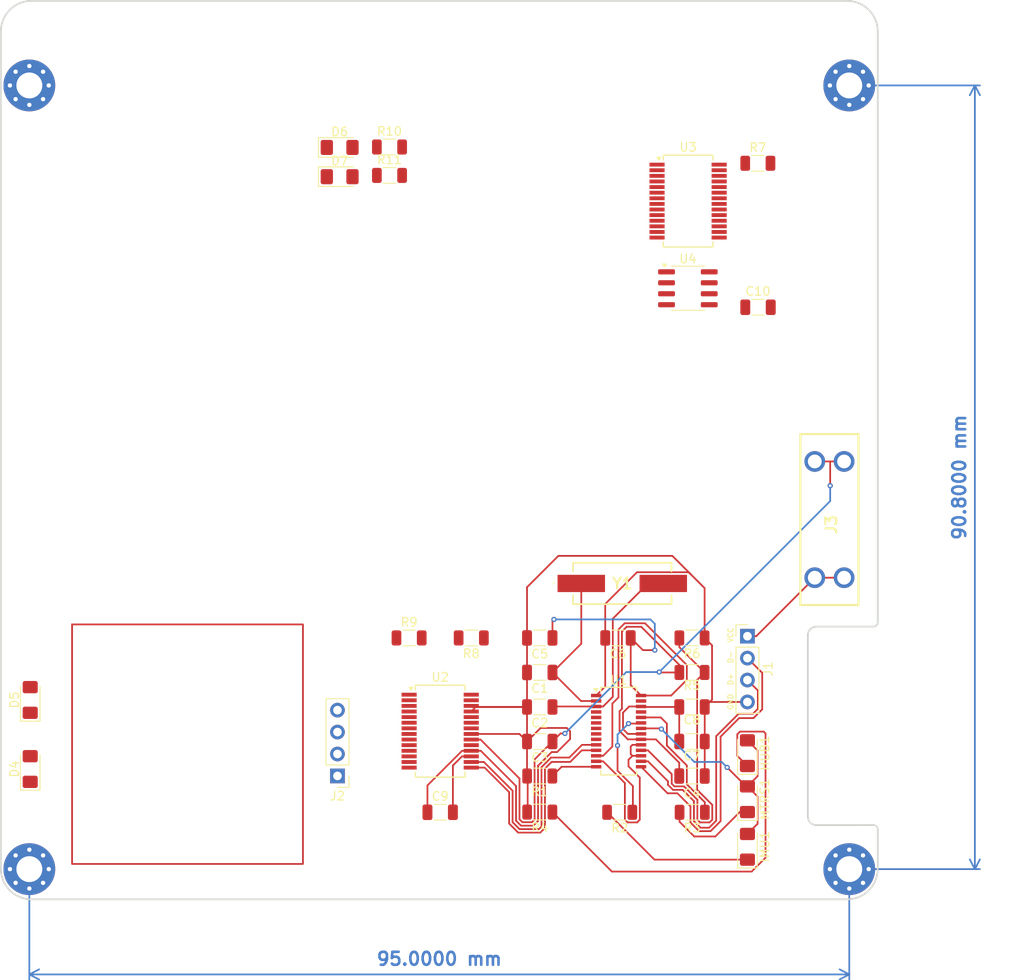
<source format=kicad_pcb>
(kicad_pcb (version 20240108) (generator "pcbnew") (generator_version "8.0")
  (layers (0 "F.Cu" signal) (31 "B.Cu" signal) (34 "B.Paste" user) (35 "F.Paste" user) (36 "B.SilkS" user "B.Silkscreen") (37 "F.SilkS" user "F.Silkscreen") (38 "B.Mask" user) (39 "F.Mask" user) (44 "Edge.Cuts" user))
  (net 0 "")
  (net 1 "Net-(U1-XOUT)")
  (net 2 "GNDREF")
  (net 3 "Net-(U1-XIN)")
  (net 4 "USB_PWR")
  (net 5 "Net-(U1-VD18)")
  (net 6 "3v3")
  (net 7 "Net-(HUB1-K)")
  (net 8 "Net-(HUB1-A)")
  (net 9 "Net-(IMU1-K)")
  (net 10 "Net-(MTRS1-K)")
  (net 11 "USB_D+")
  (net 12 "USB_D-")
  (net 13 "Net-(U1-REXT)")
  (net 14 "Net-(U1-LED1{slash}EESCL)")
  (net 15 "Net-(U1-LED2)")
  (net 16 "Net-(U1-VBUSM)")
  (net 18 "Net-(U3-3V3OUT)")
  (net 22 "Net-(D4-K)")
  (net 24 "Net-(U2-3V3OUT)")
  (net 25 "Net-(J2-Pin_3)")
  (net 27 "Net-(J2-Pin_4)")
  (net 28 "Net-(D4-A)")
  (net 29 "Net-(D5-K)")
  (net 36 "Net-(D5-A)")
  (net 42 "Net-(U3-CBUS3)")
  (net 44 "MOTORS_USB_D-")
  (net 45 "MOTORS_USB_D+")
  (net 46 "IMU_USB_D+")
  (net 47 "IMU_USB_D-")
  (net 53 "Net-(U3-RXD)")
  (net 55 "Net-(D6-K)")
  (net 57 "Net-(U3-TXD)")
  (net 60 "Net-(D6-A)")
  (net 61 "Net-(U3-CBUS2)")
  (net 65 "Net-(D7-K)")
  (net 66 "Net-(D7-A)")
  (net 67 "Net-(J1-Pin_1)")
  (footprint "Capacitor_SMD:C_1206_3216Metric" (layer "F.Cu") (at 187.725 54)
    (property "Reference" "C10")
    (property "Value" "0.1uF")
  )
  (footprint "Package_SO:SSOP-28_3.9x9.9mm_P0.635mm" (layer "F.Cu") (at 171.575 103.1125)
    (property "Reference" "U1")
    (property "Value" "FE1.1s")
  )
  (footprint "Resistor_SMD:R_1206_3216Metric" (layer "F.Cu") (at 162.44 112.49)
    (property "Reference" "R4")
    (property "Value" "330")
  )
  (footprint "Capacitor_SMD:C_1206_3216Metric" (layer "F.Cu") (at 162.4375 96.3125 180)
    (property "Reference" "C1")
    (property "Value" "22pF")
  )
  (footprint "Package_SO:SOIC-8_3.9x4.9mm_P1.27mm" (layer "F.Cu") (at 179.6 51.8)
    (property "Reference" "U4")
    (property "Value" "MAX485E")
  )
  (footprint "Resistor_SMD:R_1206_3216Metric" (layer "F.Cu") (at 162.4375 108.3125 180)
    (property "Reference" "R1")
    (property "Value" "2K7")
  )
  (footprint "Resistor_SMD:R_1206_3216Metric" (layer "F.Cu") (at 180.075 96.3125)
    (property "Reference" "R5")
    (property "Value" "47K")
  )
  (footprint "Resistor_SMD:R_1206_3216Metric" (layer "F.Cu") (at 171.7 112.5125 180)
    (property "Reference" "R2")
    (property "Value" "330")
  )
  (footprint "MountingHole:MountingHole_3mm_Pad_Via" (layer "F.Cu") (at 198.3 28.3)
    (property "Reference" "REF**" (hide yes))
    (property "Value" "MountingHole_3mm_Pad_Via" (hide yes))
  )
  (footprint "components:ECS120185PXGMTR" (layer "F.Cu") (at 172 86)
    (property "Reference" "Y1")
    (property "Value" "Crystal" (hide yes))
  )
  (footprint "Capacitor_SMD:C_1206_3216Metric" (layer "F.Cu") (at 162.4375 104.3125 180)
    (property "Reference" "C3")
    (property "Value" "10uF")
  )
  (footprint "MountingHole:MountingHole_3mm_Pad_Via" (layer "F.Cu") (at 198.3 119.1)
    (property "Reference" "REF**" (hide yes))
    (property "Value" "MountingHole_3mm_Pad_Via" (hide yes))
  )
  (footprint "LED_SMD:LED_1206_3216Metric_Pad1.42x1.75mm_HandSolder" (layer "F.Cu") (at 139.253 38.873)
    (property "Reference" "D7")
    (property "Value" "MTR_RX")
  )
  (footprint "Resistor_SMD:R_1206_3216Metric" (layer "F.Cu") (at 180.075 92.3125 180)
    (property "Reference" "R6")
    (property "Value" "100K")
  )
  (footprint "Connector_PinHeader_2.54mm:PinHeader_1x04_P2.54mm_Vertical" (layer "F.Cu") (at 139 108.3 180)
    (property "Reference" "J2")
    (property "Value" "IMU")
  )
  (footprint "MountingHole:MountingHole_3mm_Pad_Via" (layer "F.Cu") (at 103.3 119.1)
    (property "Reference" "REF**" (hide yes))
    (property "Value" "MountingHole_3mm_Pad_Via" (hide yes))
  )
  (footprint "Connector_PinHeader_2.54mm:PinHeader_1x04_P2.54mm_Vertical" (layer "F.Cu") (at 186.5 92.1125)
    (property "Reference" "J1")
    (property "Value" "USB_IN" (hide yes))
  )
  (footprint "LED_SMD:LED_1206_3216Metric_Pad1.42x1.75mm_HandSolder" (layer "F.Cu") (at 186.5 105.664 90)
    (property "Reference" "HUB1")
    (property "Value" "HUB_PWR")
  )
  (footprint "Capacitor_SMD:C_1206_3216Metric" (layer "F.Cu") (at 180.075 100.3125)
    (property "Reference" "C8")
    (property "Value" "10uF")
  )
  (footprint "Resistor_SMD:R_1206_3216Metric" (layer "F.Cu") (at 147.3 92.3125)
    (property "Reference" "R9")
    (property "Value" "270")
  )
  (footprint "Resistor_SMD:R_1206_3216Metric" (layer "F.Cu") (at 180.1 112.5125 180)
    (property "Reference" "R3")
    (property "Value" "330")
  )
  (footprint "MountingHole:MountingHole_3mm_Pad_Via" (layer "F.Cu") (at 103.3 28.3)
    (property "Reference" "REF**" (hide yes))
    (property "Value" "MountingHole_3mm_Pad_Via" (hide yes))
  )
  (footprint "Capacitor_SMD:C_1206_3216Metric" (layer "F.Cu") (at 162.4375 92.3125 180)
    (property "Reference" "C5")
    (property "Value" "10uF")
  )
  (footprint "humanoid:MINI_FUSE" (layer "F.Cu") (at 196 78.6 90)
    (property "Reference" "J3")
    (property "Value" "MINI_FUSE" (hide yes))
  )
  (footprint "LED_SMD:LED_1206_3216Metric_Pad1.42x1.75mm_HandSolder" (layer "F.Cu") (at 103.4 107.5 90)
    (property "Reference" "D4")
    (property "Value" "IMU_TX")
  )
  (footprint "Package_SO:SSOP-28_5.3x10.2mm_P0.65mm" (layer "F.Cu") (at 179.625 41.7)
    (property "Reference" "U3")
    (property "Value" "FT232RL")
  )
  (footprint "LED_SMD:LED_1206_3216Metric_Pad1.42x1.75mm_HandSolder" (layer "F.Cu") (at 186.5 110.998 90)
    (property "Reference" "MTRS1")
    (property "Value" "USB_2")
  )
  (footprint "Capacitor_SMD:C_1206_3216Metric" (layer "F.Cu") (at 162.4375 100.3125 180)
    (property "Reference" "C2")
    (property "Value" "22pF")
  )
  (footprint "LED_SMD:LED_1206_3216Metric_Pad1.42x1.75mm_HandSolder" (layer "F.Cu") (at 103.4 99.5 90)
    (property "Reference" "D5")
    (property "Value" "IMU_RX")
  )
  (footprint "Capacitor_SMD:C_1206_3216Metric" (layer "F.Cu") (at 150.9 112.5125)
    (property "Reference" "C9")
    (property "Value" "0.1uF")
  )
  (footprint "Package_SO:SSOP-28_5.3x10.2mm_P0.65mm" (layer "F.Cu") (at 150.9 103.1125)
    (property "Reference" "U2")
    (property "Value" "FT232RL")
  )
  (footprint "Resistor_SMD:R_1206_3216Metric" (layer "F.Cu") (at 154.5 92.3125 180)
    (property "Reference" "R8")
    (property "Value" "270")
  )
  (footprint "LED_SMD:LED_1206_3216Metric_Pad1.42x1.75mm_HandSolder" (layer "F.Cu") (at 139.253 35.483)
    (property "Reference" "D6")
    (property "Value" "MTR_TX")
  )
  (footprint "Capacitor_SMD:C_1206_3216Metric" (layer "F.Cu") (at 171.5 92.3125 180)
    (property "Reference" "C6")
    (property "Value" "0.1uF")
  )
  (footprint "Resistor_SMD:R_1206_3216Metric" (layer "F.Cu") (at 145.028 38.723)
    (property "Reference" "R11")
    (property "Value" "270")
  )
  (footprint "Capacitor_SMD:C_1206_3216Metric" (layer "F.Cu") (at 180.075 108.3125)
    (property "Reference" "C4")
    (property "Value" "0.1uF")
  )
  (footprint "Resistor_SMD:R_1206_3216Metric" (layer "F.Cu") (at 187.705 37.32)
    (property "Reference" "R7")
    (property "Value" "10K")
  )
  (footprint "Resistor_SMD:R_1206_3216Metric" (layer "F.Cu") (at 145.028 35.433)
    (property "Reference" "R10")
    (property "Value" "270")
  )
  (footprint "LED_SMD:LED_1206_3216Metric_Pad1.42x1.75mm_HandSolder" (layer "F.Cu") (at 186.5 116.5125 90)
    (property "Reference" "IMU1")
    (property "Value" "USB_1")
  )
  (footprint "Capacitor_SMD:C_1206_3216Metric" (layer "F.Cu") (at 180.075 104.3125)
    (property "Reference" "C7")
    (property "Value" "0.1uF")
  )
  (gr_rect (start 108.25 90.75) (end 135 118.5) (stroke (width 0.2)) (fill none) (layer "F.Cu"))
  (gr_arc (start 193.5 92) (mid 193.792893 91.292893) (end 194.5 91) (stroke (width 0.2)) (layer "Edge.Cuts"))
  (gr_arc (start 198.05 18.5) (mid 200.560229 19.539771) (end 201.6 22.05) (stroke (width 0.2)) (layer "Edge.Cuts"))
  (gr_arc (start 201.099704 113.995497) (mid 201.453448 114.141839) (end 201.6 114.495496) (stroke (width 0.2)) (layer "Edge.Cuts"))
  (gr_line (start 193.5 92) (end 193.5 112.999407) (stroke (width 0.2)) (layer "Edge.Cuts"))
  (gr_line (start 198.05 122.6) (end 103.55 122.6) (stroke (width 0.2)) (layer "Edge.Cuts"))
  (gr_arc (start 100 22.05) (mid 101.039771 19.539771) (end 103.55 18.5) (stroke (width 0.2)) (layer "Edge.Cuts"))
  (gr_line (start 201.099704 113.995497) (end 194.500593 113.999407) (stroke (width 0.2)) (layer "Edge.Cuts"))
  (gr_line (start 100 119.05) (end 100 22.05) (stroke (width 0.2)) (layer "Edge.Cuts"))
  (gr_arc (start 201.6 119.05) (mid 200.560229 121.560229) (end 198.05 122.6) (stroke (width 0.2)) (layer "Edge.Cuts"))
  (gr_line (start 194.5 91) (end 201.1 91) (stroke (width 0.2)) (layer "Edge.Cuts"))
  (gr_line (start 103.55 18.5) (end 198.05 18.5) (stroke (width 0.2)) (layer "Edge.Cuts"))
  (gr_arc (start 201.6 90.5) (mid 201.453553 90.853553) (end 201.1 91) (stroke (width 0.2)) (layer "Edge.Cuts"))
  (gr_arc (start 194.500593 113.999407) (mid 193.793103 113.706724) (end 193.5 112.999407) (stroke (width 0.2)) (layer "Edge.Cuts"))
  (gr_arc (start 103.55 122.6) (mid 101.039771 121.560229) (end 100 119.05) (stroke (width 0.2)) (layer "Edge.Cuts"))
  (gr_line (start 201.6 119) (end 201.6 114.495496) (stroke (width 0.2)) (layer "Edge.Cuts"))
  (gr_line (start 201.6 22) (end 201.6 90.5) (stroke (width 0.2)) (layer "Edge.Cuts"))
  (gr_text "GND" (at 184.9 100.7125 90) (layer "F.SilkS") (effects (font (size 0.6 0.6) (thickness 0.125) (bold yes)) (justify left bottom)))
  (gr_text "VCC" (at 184.9 92.9125 90) (layer "F.SilkS") (effects (font (size 0.6 0.6) (thickness 0.125) (bold yes)) (justify left bottom)))
  (gr_text "D+" (at 184.9 97.8625 90) (layer "F.SilkS") (effects (font (size 0.6 0.6) (thickness 0.125) (bold yes)) (justify left bottom)))
  (gr_text "D-" (at 184.9 95.3125 90) (layer "F.SilkS") (effects (font (size 0.6 0.6) (thickness 0.125) (bold yes)) (justify left bottom)))
  (dimension (type aligned) (layer "B.Cu") (pts (xy 103.3 119.1) (xy 198.3 119.1)) (height 12.199999) (gr_text "95.0000 mm" (at 150.8 129.499999 0) (layer "B.Cu") (effects (font (size 1.5 1.5) (thickness 0.3)))) (format (prefix "") (suffix "") (units 3) (units_format 1) (precision 4)) (style (thickness 0.2) (arrow_length 1.27) (text_position_mode 0) (extension_height 0.58642) (extension_offset 0.5) keep_text_aligned))
  (dimension (type aligned) (layer "B.Cu") (pts (xy 198.3 28.3) (xy 198.3 119.1)) (height -14.55) (gr_text "90.8000 mm" (at 211.05 73.7 90) (layer "B.Cu") (effects (font (size 1.5 1.5) (thickness 0.3)))) (format (prefix "") (suffix "") (units 3) (units_format 1) (precision 4)) (style (thickness 0.2) (arrow_length 1.27) (text_position_mode 0) (extension_height 0.58642) (extension_offset 0.5) keep_text_aligned))
  (segment (start 163.9125 96.3125) (end 167.22 99.62) (width 0.2) (layer "F.Cu") (net 1))
  (segment (start 167.25 92.975) (end 163.9125 96.3125) (width 0.2) (layer "F.Cu") (net 1))
  (segment (start 167.25 86) (end 167.25 92.975) (width 0.2) (layer "F.Cu") (net 1))
  (segment (start 167.22 99.62) (end 168.975 99.62) (width 0.2) (layer "F.Cu") (net 1))
  (segment (start 163.821884 105.537) (end 164.447744 105.537) (width 0.2) (layer "F.Cu") (net 2))
  (segment (start 160.9625 100.3125) (end 154.625 100.3125) (width 0.2) (layer "F.Cu") (net 2))
  (segment (start 160.26457 114.065) (end 161.69043 114.065) (width 0.2) (layer "F.Cu") (net 2))
  (segment (start 162.24 109.506115) (end 162.2375 109.503615) (width 0.2) (layer "F.Cu") (net 2))
  (segment (start 182.4 93.175) (end 182.4 99.4625) (width 0.2) (layer "F.Cu") (net 2))
  (segment (start 161.0375 112.5125) (end 161.0375 108.375) (width 0.2) (layer "F.Cu") (net 2))
  (segment (start 159.69 109.474) (end 159.69 113.49043) (width 0.2) (layer "F.Cu") (net 2))
  (segment (start 160.9625 86.4335) (end 164.592 82.804) (width 0.2) (layer "F.Cu") (net 2))
  (segment (start 160.9625 92.3125) (end 160.9625 96.3125) (width 0.2) (layer "F.Cu") (net 2))
  (segment (start 179.696 84.7) (end 179.959 84.963) (width 0.2) (layer "F.Cu") (net 2))
  (segment (start 181.5375 86.5415) (end 181.5375 92.3125) (width 0.2) (layer "F.Cu") (net 2))
  (segment (start 182.4 99.4625) (end 181.55 100.3125) (width 0.2) (layer "F.Cu") (net 2))
  (segment (start 181.55 100.3125) (end 182.13 99.7325) (width 0.2) (layer "F.Cu") (net 2))
  (segment (start 177.8 82.804) (end 179.959 84.963) (width 0.2) (layer "F.Cu") (net 2))
  (segment (start 155.6035 105.3875) (end 159.69 109.474) (width 0.2) (layer "F.Cu") (net 2))
  (segment (start 162.532 102.743) (end 160.9625 104.3125) (width 0.2) (layer "F.Cu") (net 2))
  (segment (start 162.24 113.51543) (end 162.24 109.506115) (width 0.2) (layer "F.Cu") (net 2))
  (segment (start 154.5 105.3875) (end 155.6035 105.3875) (width 0.2) (layer "F.Cu") (net 2))
  (segment (start 170.025 97.935) (end 168.975 98.985) (width 0.2) (layer "F.Cu") (net 2))
  (segment (start 161.69043 114.065) (end 162.24 113.51543) (width 0.2) (layer "F.Cu") (net 2))
  (segment (start 179.959 84.963) (end 181.5375 86.5415) (width 0.2) (layer "F.Cu") (net 2))
  (segment (start 160.9625 96.3125) (end 160.9625 100.3125) (width 0.2) (layer "F.Cu") (net 2))
  (segment (start 160.9625 100.3125) (end 155.025 100.3125) (width 0.2) (layer "F.Cu") (net 2))
  (segment (start 170.025 88.375) (end 173.7 84.7) (width 0.2) (layer "F.Cu") (net 2))
  (segment (start 153.4385 105.3875) (end 154.5 105.3875) (width 0.2) (layer "F.Cu") (net 2))
  (segment (start 160.9625 104.3125) (end 160.9625 108.3) (width 0.2) (layer "F.Cu") (net 2))
  (segment (start 164.447744 105.537) (end 165.954 104.030744) (width 0.2) (layer "F.Cu") (net 2))
  (segment (start 149.425 109.401) (end 153.4385 105.3875) (width 0.2) (layer "F.Cu") (net 2))
  (segment (start 160.0875 103.4375) (end 154.5 103.4375) (width 0.2) (layer "F.Cu") (net 2))
  (segment (start 160.9625 100.3125) (end 160.9625 104.3125) (width 0.2) (layer "F.Cu") (net 2))
  (segment (start 154.625 100.3125) (end 154.5 100.1875) (width 0.2) (layer "F.Cu") (net 2))
  (segment (start 149.425 112.5125) (end 149.425 109.401) (width 0.2) (layer "F.Cu") (net 2))
  (segment (start 181.55 100.3125) (end 181.55 104.3125) (width 0.2) (layer "F.Cu") (net 2))
  (segment (start 159.69 113.49043) (end 160.26457 114.065) (width 0.2) (layer "F.Cu") (net 2))
  (segment (start 170.025 92.3125) (end 170.025 97.935) (width 0.2) (layer "F.Cu") (net 2))
  (segment (start 164.592 82.804) (end 177.8 82.804) (width 0.2) (layer "F.Cu") (net 2))
  (segment (start 182.13 99.7325) (end 186.5 99.7325) (width 0.2) (layer "F.Cu") (net 2))
  (segment (start 162.2375 107.121384) (end 163.821884 105.537) (width 0.2) (layer "F.Cu") (net 2))
  (segment (start 165.567529 102.743) (end 162.532 102.743) (width 0.2) (layer "F.Cu") (net 2))
  (segment (start 162.2375 109.503615) (end 162.2375 107.121384) (width 0.2) (layer "F.Cu") (net 2))
  (segment (start 165.954 104.030744) (end 165.954 103.129471) (width 0.2) (layer "F.Cu") (net 2))
  (segment (start 181.5375 92.3125) (end 182.4 93.175) (width 0.2) (layer "F.Cu") (net 2))
  (segment (start 165.954 103.129471) (end 165.567529 102.743) (width 0.2) (layer "F.Cu") (net 2))
  (segment (start 181.55 104.3125) (end 181.55 108.3125) (width 0.2) (layer "F.Cu") (net 2))
  (segment (start 160.9625 104.3125) (end 160.0875 103.4375) (width 0.2) (layer "F.Cu") (net 2))
  (segment (start 155.025 100.3125) (end 154.5 100.8375) (width 0.2) (layer "F.Cu") (net 2))
  (segment (start 161.0375 108.375) (end 160.975 108.3125) (width 0.2) (layer "F.Cu") (net 2))
  (segment (start 160.9625 92.3125) (end 160.9625 86.4335) (width 0.2) (layer "F.Cu") (net 2))
  (segment (start 160.9625 108.3) (end 160.975 108.3125) (width 0.2) (layer "F.Cu") (net 2))
  (segment (start 173.7 84.7) (end 179.696 84.7) (width 0.2) (layer "F.Cu") (net 2))
  (segment (start 170.025 92.3125) (end 170.025 88.375) (width 0.2) (layer "F.Cu") (net 2))
  (segment (start 170.9 90.085) (end 170.9 99.13) (width 0.2) (layer "F.Cu") (net 3))
  (segment (start 168.975 100.255) (end 163.97 100.255) (width 0.2) (layer "F.Cu") (net 3))
  (segment (start 174.985 86) (end 170.9 90.085) (width 0.2) (layer "F.Cu") (net 3))
  (segment (start 163.97 100.255) (end 163.9125 100.3125) (width 0.2) (layer "F.Cu") (net 3))
  (segment (start 170.9 99.13) (end 169.775 100.255) (width 0.2) (layer "F.Cu") (net 3))
  (segment (start 176.75 86) (end 174.985 86) (width 0.2) (layer "F.Cu") (net 3))
  (segment (start 169.775 100.255) (end 168.975 100.255) (width 0.2) (layer "F.Cu") (net 3))
  (segment (start 178.6125 95.4375) (end 174.192843 91.017843) (width 0.2) (layer "F.Cu") (net 4))
  (segment (start 174.192843 91.017843) (end 172.509913 91.017843) (width 0.2) (layer "F.Cu") (net 4))
  (segment (start 176.3225 96.3125) (end 178.6125 96.3125) (width 0.2) (layer "F.Cu") (net 4))
  (segment (start 163.9125 104.3125) (end 164.847 103.378) (width 0.2) (layer "F.Cu") (net 4))
  (segment (start 171.958 100.526314) (end 171.685 100.799314) (width 0.2) (layer "F.Cu") (net 4))
  (segment (start 196.088 71.865) (end 197.7 71.865) (width 0.2) (layer "F.Cu") (net 4))
  (segment (start 178.6 106.775686) (end 175.889314 104.065) (width 0.2) (layer "F.Cu") (net 4))
  (segment (start 172.645 104.065) (end 174.175 104.065) (width 0.2) (layer "F.Cu") (net 4))
  (segment (start 161.524744 113.665) (end 161.84 113.349744) (width 0.2) (layer "F.Cu") (net 4))
  (segment (start 160.09 113.324744) (end 160.430256 113.665) (width 0.2) (layer "F.Cu") (net 4))
  (segment (start 178.6 108.3125) (end 178.6 106.775686) (width 0.2) (layer "F.Cu") (net 4))
  (segment (start 161.8375 106.3875) (end 163.9125 104.3125) (width 0.2) (layer "F.Cu") (net 4))
  (segment (start 196.088 71.865) (end 196.088 74.676) (width 0.2) (layer "F.Cu") (net 4))
  (segment (start 161.8375 111.627756) (end 161.8375 106.3875) (width 0.2) (layer "F.Cu") (net 4))
  (segment (start 161.84 113.349744) (end 161.84 111.630256) (width 0.2) (layer "F.Cu") (net 4))
  (segment (start 176.276 96.266) (end 176.3225 96.3125) (width 0.2) (layer "F.Cu") (net 4))
  (segment (start 171.685 103.105) (end 172.645 104.065) (width 0.2) (layer "F.Cu") (net 4))
  (segment (start 155.575 104.0875) (end 160.09 108.6025) (width 0.2) (layer "F.Cu") (net 4))
  (segment (start 171.685 100.799314) (end 171.685 103.105) (width 0.2) (layer "F.Cu") (net 4))
  (segment (start 160.09 108.6025) (end 160.09 113.324744) (width 0.2) (layer "F.Cu") (net 4))
  (segment (start 164.847 103.378) (end 165.354 103.378) (width 0.2) (layer "F.Cu") (net 4))
  (segment (start 172.509913 91.017843) (end 171.958 91.569756) (width 0.2) (layer "F.Cu") (net 4))
  (segment (start 178.6125 96.3125) (end 178.6125 95.4375) (width 0.2) (layer "F.Cu") (net 4))
  (segment (start 154.5 104.0875) (end 155.575 104.0875) (width 0.2) (layer "F.Cu") (net 4))
  (segment (start 194.3 71.865) (end 196.088 71.865) (width 0.2) (layer "F.Cu") (net 4))
  (segment (start 160.430256 113.665) (end 161.524744 113.665) (width 0.2) (layer "F.Cu") (net 4))
  (segment (start 171.958 91.569756) (end 171.958 100.526314) (width 0.2) (layer "F.Cu") (net 4))
  (segment (start 175.889314 104.065) (end 174.175 104.065) (width 0.2) (layer "F.Cu") (net 4))
  (segment (start 161.84 111.630256) (end 161.8375 111.627756) (width 0.2) (layer "F.Cu") (net 4))
  (via (at 196.088 74.676) (size 0.6) (drill 0.3) (layers "F.Cu" "B.Cu") (net 4))
  (via (at 176.276 96.266) (size 0.6) (drill 0.3) (layers "F.Cu" "B.Cu") (net 4))
  (via (at 165.354 103.378) (size 0.6) (drill 0.3) (layers "F.Cu" "B.Cu") (net 4))
  (segment (start 165.354 103.378) (end 172.466 96.266) (width 0.2) (layer "B.Cu") (net 4))
  (segment (start 196.088 76.454) (end 176.276 96.266) (width 0.2) (layer "B.Cu") (net 4))
  (segment (start 172.466 96.266) (end 176.276 96.266) (width 0.2) (layer "B.Cu") (net 4))
  (segment (start 196.088 74.676) (end 196.088 76.454) (width 0.2) (layer "B.Cu") (net 4))
  (segment (start 175.768 93.726) (end 174.3885 93.726) (width 0.2) (layer "F.Cu") (net 5))
  (segment (start 170.85 104.895) (end 170.85 99.914) (width 0.2) (layer "F.Cu") (net 5))
  (segment (start 179.475 95.452756) (end 179.475 97.172244) (width 0.2) (layer "F.Cu") (net 5))
  (segment (start 172.272157 90.617843) (end 174.640087 90.617843) (width 0.2) (layer "F.Cu") (net 5))
  (segment (start 171.558 99.206) (end 171.558 91.332) (width 0.2) (layer "F.Cu") (net 5))
  (segment (start 172.975 97.785) (end 174.175 98.985) (width 0.2) (layer "F.Cu") (net 5))
  (segment (start 170.85 99.914) (end 171.558 99.206) (width 0.2) (layer "F.Cu") (net 5))
  (segment (start 168.975 105.97) (end 169.775 105.97) (width 0.2) (layer "F.Cu") (net 5))
  (segment (start 163.9125 92.3125) (end 163.9125 90.3415) (width 0.2) (layer "F.Cu") (net 5))
  (segment (start 169.775 105.97) (end 170.85 104.895) (width 0.2) (layer "F.Cu") (net 5))
  (segment (start 177.662244 98.985) (end 174.175 98.985) (width 0.2) (layer "F.Cu") (net 5))
  (segment (start 174.3885 93.726) (end 172.975 92.3125) (width 0.2) (layer "F.Cu") (net 5))
  (segment (start 163.9125 90.3415) (end 164.084 90.17) (width 0.2) (layer "F.Cu") (net 5))
  (segment (start 171.558 91.332) (end 172.272157 90.617843) (width 0.2) (layer "F.Cu") (net 5))
  (segment (start 172.975 92.3125) (end 172.975 97.785) (width 0.2) (layer "F.Cu") (net 5))
  (segment (start 174.640087 90.617843) (end 179.475 95.452756) (width 0.2) (layer "F.Cu") (net 5))
  (segment (start 179.475 97.172244) (end 177.662244 98.985) (width 0.2) (layer "F.Cu") (net 5))
  (via (at 175.768 93.726) (size 0.6) (drill 0.3) (layers "F.Cu" "B.Cu") (net 5))
  (via (at 164.084 90.17) (size 0.6) (drill 0.3) (layers "F.Cu" "B.Cu") (net 5))
  (segment (start 164.084 90.17) (end 175.26 90.17) (width 0.2) (layer "B.Cu") (net 5))
  (segment (start 175.26 90.17) (end 175.768 90.678) (width 0.2) (layer "B.Cu") (net 5))
  (segment (start 175.768 90.678) (end 175.768 93.726) (width 0.2) (layer "B.Cu") (net 5))
  (segment (start 172.72 106.426) (end 173.176 105.97) (width 0.2) (layer "F.Cu") (net 6))
  (segment (start 173.176 105.97) (end 172.974 105.768) (width 0.2) (layer "F.Cu") (net 6))
  (segment (start 178.6 100.3125) (end 174.2325 100.3125) (width 0.2) (layer "F.Cu") (net 6))
  (segment (start 173.176 104.7) (end 174.175 104.7) (width 0.2) (layer "F.Cu") (net 6))
  (segment (start 174.175 100.255) (end 172.795 100.255) (width 0.2) (layer "F.Cu") (net 6))
  (segment (start 178.6 104.3125) (end 178.6 100.3125) (width 0.2) (layer "F.Cu") (net 6))
  (segment (start 174.025 108.49) (end 172.72 107.185) (width 0.2) (layer "F.Cu") (net 6))
  (segment (start 172.3 113.372244) (end 172.615256 113.6875) (width 0.2) (layer "F.Cu") (net 6))
  (segment (start 172.085 102.87) (end 172.645 103.43) (width 0.2) (layer "F.Cu") (net 6))
  (segment (start 172.974 105.768) (end 172.974 104.902) (width 0.2) (layer "F.Cu") (net 6))
  (segment (start 174.2325 100.3125) (end 174.175 100.255) (width 0.2) (layer "F.Cu") (net 6))
  (segment (start 168.975 106.605) (end 169.775 106.605) (width 0.2) (layer "F.Cu") (net 6))
  (segment (start 172.72 107.185) (end 172.72 106.426) (width 0.2) (layer "F.Cu") (net 6))
  (segment (start 172.795 100.255) (end 172.085 100.965) (width 0.2) (layer "F.Cu") (net 6))
  (segment (start 169.775 106.605) (end 172.3 109.13) (width 0.2) (layer "F.Cu") (net 6))
  (segment (start 172.615256 113.6875) (end 173.709744 113.6875) (width 0.2) (layer "F.Cu") (net 6))
  (segment (start 173.709744 113.6875) (end 174.025 113.372244) (width 0.2) (layer "F.Cu") (net 6))
  (segment (start 172.3 109.13) (end 172.3 113.372244) (width 0.2) (layer "F.Cu") (net 6))
  (segment (start 172.974 104.902) (end 173.176 104.7) (width 0.2) (layer "F.Cu") (net 6))
  (segment (start 172.085 100.965) (end 172.085 102.87) (width 0.2) (layer "F.Cu") (net 6))
  (segment (start 172.645 103.43) (end 174.175 103.43) (width 0.2) (layer "F.Cu") (net 6))
  (segment (start 174.025 113.372244) (end 174.025 108.49) (width 0.2) (layer "F.Cu") (net 6))
  (segment (start 173.176 105.97) (end 174.175 105.97) (width 0.2) (layer "F.Cu") (net 6))
  (segment (start 185.325 103.479256) (end 185.640256 103.164) (width 0.2) (layer "F.Cu") (net 7))
  (segment (start 188.595 103.378) (end 188.595 117.777244) (width 0.2) (layer "F.Cu") (net 7))
  (segment (start 188.381 103.164) (end 188.595 103.378) (width 0.2) (layer "F.Cu") (net 7))
  (segment (start 188.595 117.777244) (end 186.992244 119.38) (width 0.2) (layer "F.Cu") (net 7))
  (segment (start 170.7925 119.38) (end 163.9025 112.49) (width 0.2) (layer "F.Cu") (net 7))
  (segment (start 185.640256 103.164) (end 188.381 103.164) (width 0.2) (layer "F.Cu") (net 7))
  (segment (start 185.325 105.9765) (end 185.325 103.479256) (width 0.2) (layer "F.Cu") (net 7))
  (segment (start 186.5 107.1515) (end 185.325 105.9765) (width 0.2) (layer "F.Cu") (net 7))
  (segment (start 186.992244 119.38) (end 170.7925 119.38) (width 0.2) (layer "F.Cu") (net 7))
  (segment (start 176.53 102.87) (end 176.455 102.795) (width 0.2) (layer "F.Cu") (net 8))
  (segment (start 186.5 104.1765) (end 187.675 105.3515) (width 0.2) (layer "F.Cu") (net 8))
  (segment (start 187.675 108.3355) (end 186.5 109.5105) (width 0.2) (layer "F.Cu") (net 8))
  (segment (start 186.5 109.5105) (end 186.3455 109.5105) (width 0.2) (layer "F.Cu") (net 8))
  (segment (start 187.675 105.3515) (end 187.675 108.3355) (width 0.2) (layer "F.Cu") (net 8))
  (segment (start 176.455 102.795) (end 174.175 102.795) (width 0.2) (layer "F.Cu") (net 8))
  (segment (start 187.675 110.6855) (end 187.675 113.85) (width 0.2) (layer "F.Cu") (net 8))
  (segment (start 186.5 109.5105) (end 187.675 110.6855) (width 0.2) (layer "F.Cu") (net 8))
  (segment (start 186.3455 109.5105) (end 184.15 107.315) (width 0.2) (layer "F.Cu") (net 8))
  (segment (start 187.675 113.85) (end 186.5 115.025) (width 0.2) (layer "F.Cu") (net 8))
  (via (at 184.15 107.315) (size 0.6) (drill 0.3) (layers "F.Cu" "B.Cu") (net 8))
  (via (at 176.53 102.87) (size 0.6) (drill 0.3) (layers "F.Cu" "B.Cu") (net 8))
  (segment (start 180.34 106.68) (end 176.53 102.87) (width 0.2) (layer "B.Cu") (net 8))
  (segment (start 183.515 106.68) (end 180.34 106.68) (width 0.2) (layer "B.Cu") (net 8))
  (segment (start 184.15 107.315) (end 183.515 106.68) (width 0.2) (layer "B.Cu") (net 8))
  (segment (start 175.725 118) (end 170.2375 112.5125) (width 0.2) (layer "F.Cu") (net 9))
  (segment (start 186.5 118) (end 175.725 118) (width 0.2) (layer "F.Cu") (net 9))
  (segment (start 180.34 115.316) (end 182.784 115.316) (width 0.2) (layer "F.Cu") (net 10))
  (segment (start 185.6145 112.4855) (end 186.5 112.4855) (width 0.2) (layer "F.Cu") (net 10))
  (segment (start 182.784 115.316) (end 185.6145 112.4855) (width 0.2) (layer "F.Cu") (net 10))
  (segment (start 178.6375 112.5125) (end 178.6375 113.6135) (width 0.2) (layer "F.Cu") (net 10))
  (segment (start 178.6375 113.6135) (end 180.34 115.316) (width 0.2) (layer "F.Cu") (net 10))
  (segment (start 180.3 113.53793) (end 181.06207 114.3) (width 0.2) (layer "F.Cu") (net 11))
  (segment (start 182.88 103.69457) (end 185.48257 101.092) (width 0.2) (layer "F.Cu") (net 11))
  (segment (start 182.88 113.48293) (end 182.88 103.69457) (width 0.2) (layer "F.Cu") (net 11))
  (segment (start 174.175 106.605) (end 174.975 106.605) (width 0.2) (layer "F.Cu") (net 11))
  (segment (start 178.987686 109.9125) (end 180.3 111.224814) (width 0.2) (layer "F.Cu") (net 11))
  (segment (start 187.140314 101.092) (end 187.706 100.526314) (width 0.2) (layer "F.Cu") (net 11))
  (segment (start 180.3 111.224814) (end 180.3 113.53793) (width 0.2) (layer "F.Cu") (net 11))
  (segment (start 181.06207 114.3) (end 182.06293 114.3) (width 0.2) (layer "F.Cu") (net 11))
  (segment (start 177.87457 109.9125) (end 178.987686 109.9125) (width 0.2) (layer "F.Cu") (net 11))
  (segment (start 177.292 108.922) (end 177.292 109.32993) (width 0.2) (layer "F.Cu") (net 11))
  (segment (start 187.706 98.3985) (end 186.5 97.1925) (width 0.2) (layer "F.Cu") (net 11))
  (segment (start 174.975 106.605) (end 177.292 108.922) (width 0.2) (layer "F.Cu") (net 11))
  (segment (start 182.06293 114.3) (end 182.88 113.48293) (width 0.2) (layer "F.Cu") (net 11))
  (segment (start 187.706 100.526314) (end 187.706 98.3985) (width 0.2) (layer "F.Cu") (net 11))
  (segment (start 177.292 109.32993) (end 177.87457 109.9125) (width 0.2) (layer "F.Cu") (net 11))
  (segment (start 185.48257 101.092) (end 187.140314 101.092) (width 0.2) (layer "F.Cu") (net 11))
  (segment (start 174.175 107.24) (end 177.2475 110.3125) (width 0.2) (layer "F.Cu") (net 12))
  (segment (start 187.198 101.6) (end 188.214 100.584) (width 0.2) (layer "F.Cu") (net 12))
  (segment (start 177.2475 110.3125) (end 178.3845 110.3125) (width 0.2) (layer "F.Cu") (net 12))
  (segment (start 180.896384 114.7) (end 182.228616 114.7) (width 0.2) (layer "F.Cu") (net 12))
  (segment (start 179.9 113.703616) (end 180.896384 114.7) (width 0.2) (layer "F.Cu") (net 12))
  (segment (start 188.214 100.584) (end 188.214 96.3665) (width 0.2) (layer "F.Cu") (net 12))
  (segment (start 178.3845 110.3125) (end 179.9 111.828) (width 0.2) (layer "F.Cu") (net 12))
  (segment (start 183.388 113.540616) (end 183.388 103.752256) (width 0.2) (layer "F.Cu") (net 12))
  (segment (start 188.214 96.3665) (end 186.5 94.6525) (width 0.2) (layer "F.Cu") (net 12))
  (segment (start 183.388 103.752256) (end 185.540256 101.6) (width 0.2) (layer "F.Cu") (net 12))
  (segment (start 179.9 111.828) (end 179.9 113.703616) (width 0.2) (layer "F.Cu") (net 12))
  (segment (start 185.540256 101.6) (end 187.198 101.6) (width 0.2) (layer "F.Cu") (net 12))
  (segment (start 182.228616 114.7) (end 183.388 113.540616) (width 0.2) (layer "F.Cu") (net 12))
  (segment (start 164.9725 107.24) (end 163.9 108.3125) (width 0.2) (layer "F.Cu") (net 13))
  (segment (start 168.975 107.24) (end 164.9725 107.24) (width 0.2) (layer "F.Cu") (net 13))
  (segment (start 173.1625 112.5125) (end 173.228 112.447) (width 0.2) (layer "F.Cu") (net 14))
  (segment (start 173.228 112.447) (end 173.228 109.474) (width 0.2) (layer "F.Cu") (net 14))
  (segment (start 171.45 107.696) (end 171.45 104.775) (width 0.2) (layer "F.Cu") (net 14))
  (segment (start 174.1 102.235) (end 174.175 102.16) (width 0.2) (layer "F.Cu") (net 14))
  (segment (start 172.72 102.235) (end 174.1 102.235) (width 0.2) (layer "F.Cu") (net 14))
  (segment (start 173.228 109.474) (end 171.45 107.696) (width 0.2) (layer "F.Cu") (net 14))
  (via (at 172.72 102.235) (size 0.6) (drill 0.3) (layers "F.Cu" "B.Cu") (net 14))
  (via (at 171.45 104.775) (size 0.6) (drill 0.3) (layers "F.Cu" "B.Cu") (net 14))
  (segment (start 171.45 104.775) (end 171.45 103.505) (width 0.2) (layer "B.Cu") (net 14))
  (segment (start 171.45 103.505) (end 172.72 102.235) (width 0.2) (layer "B.Cu") (net 14))
  (segment (start 181.5625 111.355942) (end 179.475 109.268442) (width 0.2) (layer "F.Cu") (net 15))
  (segment (start 179.475 109.268442) (end 179.475 107.085) (width 0.2) (layer "F.Cu") (net 15))
  (segment (start 179.475 107.085) (end 177.165 104.775) (width 0.2) (layer "F.Cu") (net 15))
  (segment (start 177.165 104.775) (end 177.165 102.235) (width 0.2) (layer "F.Cu") (net 15))
  (segment (start 177.165 102.235) (end 176.455 101.525) (width 0.2) (layer "F.Cu") (net 15))
  (segment (start 176.455 101.525) (end 174.175 101.525) (width 0.2) (layer "F.Cu") (net 15))
  (segment (start 181.5625 112.5125) (end 181.5625 111.355942) (width 0.2) (layer "F.Cu") (net 15))
  (segment (start 182.109744 113.6875) (end 181.015256 113.6875) (width 0.2) (layer "F.Cu") (net 16))
  (segment (start 178.6125 92.3125) (end 178.6125 93.3875) (width 0.2) (layer "F.Cu") (net 16))
  (segment (start 181.5375 96.3125) (end 180.675 97.175) (width 0.2) (layer "F.Cu") (net 16))
  (segment (start 178.6125 93.3875) (end 181.5375 96.3125) (width 0.2) (layer "F.Cu") (net 16))
  (segment (start 178.040256 109.5125) (end 177.725 109.197244) (width 0.2) (layer "F.Cu") (net 16))
  (segment (start 180.7 111.059128) (end 179.153372 109.5125) (width 0.2) (layer "F.Cu") (net 16))
  (segment (start 177.725 108.085) (end 174.975 105.335) (width 0.2) (layer "F.Cu") (net 16))
  (segment (start 177.725 109.197244) (end 177.725 108.085) (width 0.2) (layer "F.Cu") (net 16))
  (segment (start 180.675 97.175) (end 180.675 109.902756) (width 0.2) (layer "F.Cu") (net 16))
  (segment (start 180.675 109.902756) (end 182.425 111.652756) (width 0.2) (layer "F.Cu") (net 16))
  (segment (start 182.425 113.372244) (end 182.109744 113.6875) (width 0.2) (layer "F.Cu") (net 16))
  (segment (start 182.425 111.652756) (end 182.425 113.372244) (width 0.2) (layer "F.Cu") (net 16))
  (segment (start 174.975 105.335) (end 174.175 105.335) (width 0.2) (layer "F.Cu") (net 16))
  (segment (start 179.153372 109.5125) (end 178.040256 109.5125) (width 0.2) (layer "F.Cu") (net 16))
  (segment (start 180.7 113.372244) (end 180.7 111.059128) (width 0.2) (layer "F.Cu") (net 16))
  (segment (start 181.015256 113.6875) (end 180.7 113.372244) (width 0.2) (layer "F.Cu") (net 16))
  (segment (start 152.375 107.0875) (end 153.425 106.0375) (width 0.2) (layer "F.Cu") (net 24))
  (segment (start 153.425 106.0375) (end 154.5 106.0375) (width 0.2) (layer "F.Cu") (net 24))
  (segment (start 152.375 112.5125) (end 152.375 107.0875) (width 0.2) (layer "F.Cu") (net 24))
  (segment (start 163.810256 106.68) (end 163.0375 107.452756) (width 0.2) (layer "F.Cu") (net 46))
  (segment (start 165.966 106.68) (end 163.810256 106.68) (width 0.2) (layer "F.Cu") (net 46))
  (segment (start 163.04 114.328) (end 162.805685 114.562314) (width 0.2) (layer "F.Cu") (net 46))
  (segment (start 162.805685 114.562314) (end 162.503 114.865) (width 0.2) (layer "F.Cu") (net 46))
  (segment (start 156.047814 107.3375) (end 154.5 107.3375) (width 0.2) (layer "F.Cu") (net 46))
  (segment (start 163.0375 109.172244) (end 163.04 109.174744) (width 0.2) (layer "F.Cu") (net 46))
  (segment (start 159.933198 114.865) (end 158.89 113.821802) (width 0.2) (layer "F.Cu") (net 46))
  (segment (start 162.503 114.865) (end 159.933198 114.865) (width 0.2) (layer "F.Cu") (net 46))
  (segment (start 158.89 110.179686) (end 156.047814 107.3375) (width 0.2) (layer "F.Cu") (net 46))
  (segment (start 168.975 105.335) (end 167.311 105.335) (width 0.2) (layer "F.Cu") (net 46))
  (segment (start 163.0375 107.452756) (end 163.0375 109.172244) (width 0.2) (layer "F.Cu") (net 46))
  (segment (start 167.311 105.335) (end 165.966 106.68) (width 0.2) (layer "F.Cu") (net 46))
  (segment (start 158.89 113.821802) (end 158.89 110.179686) (width 0.2) (layer "F.Cu") (net 46))
  (segment (start 163.04 109.174744) (end 163.04 114.328) (width 0.2) (layer "F.Cu") (net 46))
  (segment (start 167.334 104.7) (end 165.862 106.172) (width 0.2) (layer "F.Cu") (net 47))
  (segment (start 162.6375 109.337929) (end 162.64 109.340429) (width 0.2) (layer "F.Cu") (net 47))
  (segment (start 162.6375 107.28707) (end 162.6375 109.337929) (width 0.2) (layer "F.Cu") (net 47))
  (segment (start 162.64 114.162314) (end 162.337314 114.465) (width 0.2) (layer "F.Cu") (net 47))
  (segment (start 162.64 109.340429) (end 162.64 114.162314) (width 0.2) (layer "F.Cu") (net 47))
  (segment (start 162.337314 114.465) (end 160.098884 114.465) (width 0.2) (layer "F.Cu") (net 47))
  (segment (start 160.098884 114.465) (end 159.29 113.656116) (width 0.2) (layer "F.Cu") (net 47))
  (segment (start 159.29 110.014) (end 155.9635 106.6875) (width 0.2) (layer "F.Cu") (net 47))
  (segment (start 163.75257 106.172) (end 162.6375 107.28707) (width 0.2) (layer "F.Cu") (net 47))
  (segment (start 159.29 113.656116) (end 159.29 110.014) (width 0.2) (layer "F.Cu") (net 47))
  (segment (start 165.862 106.172) (end 163.75257 106.172) (width 0.2) (layer "F.Cu") (net 47))
  (segment (start 155.9635 106.6875) (end 154.5 106.6875) (width 0.2) (layer "F.Cu") (net 47))
  (segment (start 168.975 104.7) (end 167.334 104.7) (width 0.2) (layer "F.Cu") (net 47))
  (segment (start 186.5 92.1125) (end 187.5225 92.1125) (width 0.2) (layer "F.Cu") (net 67))
  (segment (start 187.5225 92.1125) (end 194.3 85.335) (width 0.2) (layer "F.Cu") (net 67))
  (segment (start 194.3 85.335) (end 197.7 85.335) (width 0.2) (layer "F.Cu") (net 67))
)
</source>
